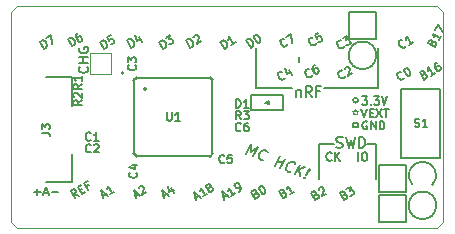
<source format=gto>
G04 #@! TF.FileFunction,Legend,Top*
%FSLAX46Y46*%
G04 Gerber Fmt 4.6, Leading zero omitted, Abs format (unit mm)*
G04 Created by KiCad (PCBNEW no-vcs-found-product) date Sun 27 Dec 2015 02:00:56 GMT*
%MOMM*%
G01*
G04 APERTURE LIST*
%ADD10C,0.150000*%
%ADD11C,0.149860*%
%ADD12C,0.100000*%
%ADD13C,0.099060*%
%ADD14C,0.099600*%
%ADD15C,0.203200*%
%ADD16C,0.198120*%
%ADD17C,0.120000*%
G04 APERTURE END LIST*
D10*
D11*
X68966667Y-51200000D02*
X68900001Y-51166667D01*
X68800001Y-51166667D01*
X68700001Y-51200000D01*
X68633334Y-51266667D01*
X68600001Y-51333333D01*
X68566667Y-51466667D01*
X68566667Y-51566667D01*
X68600001Y-51700000D01*
X68633334Y-51766667D01*
X68700001Y-51833333D01*
X68800001Y-51866667D01*
X68866667Y-51866667D01*
X68966667Y-51833333D01*
X69000001Y-51800000D01*
X69000001Y-51566667D01*
X68866667Y-51566667D01*
X69300001Y-51866667D02*
X69300001Y-51166667D01*
X69700001Y-51866667D01*
X69700001Y-51166667D01*
X70033334Y-51866667D02*
X70033334Y-51166667D01*
X70200000Y-51166667D01*
X70300000Y-51200000D01*
X70366667Y-51266667D01*
X70400000Y-51333333D01*
X70433334Y-51466667D01*
X70433334Y-51566667D01*
X70400000Y-51700000D01*
X70366667Y-51766667D01*
X70300000Y-51833333D01*
X70200000Y-51866667D01*
X70033334Y-51866667D01*
X67800000Y-51700000D02*
X67800000Y-51300000D01*
X68200000Y-51700000D02*
X67800000Y-51700000D01*
X68200000Y-51300000D02*
X68200000Y-51700000D01*
X67800000Y-51300000D02*
X68200000Y-51300000D01*
X68500001Y-50116667D02*
X68733334Y-50816667D01*
X68966667Y-50116667D01*
X69200001Y-50450000D02*
X69433334Y-50450000D01*
X69533334Y-50816667D02*
X69200001Y-50816667D01*
X69200001Y-50116667D01*
X69533334Y-50116667D01*
X69766667Y-50116667D02*
X70233334Y-50816667D01*
X70233334Y-50116667D02*
X69766667Y-50816667D01*
X70400001Y-50116667D02*
X70800001Y-50116667D01*
X70600001Y-50816667D02*
X70600001Y-50116667D01*
X68141000Y-50591000D02*
G75*
G03X67859000Y-50591000I-141000J141000D01*
G01*
X68566667Y-49066667D02*
X69000000Y-49066667D01*
X68766667Y-49333333D01*
X68866667Y-49333333D01*
X68933334Y-49366667D01*
X68966667Y-49400000D01*
X69000000Y-49466667D01*
X69000000Y-49633333D01*
X68966667Y-49700000D01*
X68933334Y-49733333D01*
X68866667Y-49766667D01*
X68666667Y-49766667D01*
X68600000Y-49733333D01*
X68566667Y-49700000D01*
X69300001Y-49700000D02*
X69333334Y-49733333D01*
X69300001Y-49766667D01*
X69266667Y-49733333D01*
X69300001Y-49700000D01*
X69300001Y-49766667D01*
X69566667Y-49066667D02*
X70000000Y-49066667D01*
X69766667Y-49333333D01*
X69866667Y-49333333D01*
X69933334Y-49366667D01*
X69966667Y-49400000D01*
X70000000Y-49466667D01*
X70000000Y-49633333D01*
X69966667Y-49700000D01*
X69933334Y-49733333D01*
X69866667Y-49766667D01*
X69666667Y-49766667D01*
X69600000Y-49733333D01*
X69566667Y-49700000D01*
X70200001Y-49066667D02*
X70433334Y-49766667D01*
X70666667Y-49066667D01*
X68206155Y-49400000D02*
G75*
G03X68206155Y-49400000I-206155J0D01*
G01*
X64900000Y-53100000D02*
X64900000Y-56100000D01*
X66200000Y-53100000D02*
X64900000Y-53100000D01*
X69700000Y-53100000D02*
X69700000Y-56100000D01*
X69000000Y-53100000D02*
X69700000Y-53100000D01*
X64621410Y-57406699D02*
X64724679Y-57385566D01*
X64770213Y-57397768D01*
X64832415Y-57438835D01*
X64882415Y-57525438D01*
X64886880Y-57599840D01*
X64874679Y-57645374D01*
X64833611Y-57707575D01*
X64602671Y-57840908D01*
X64252671Y-57234690D01*
X64454744Y-57118024D01*
X64529145Y-57113558D01*
X64574679Y-57125758D01*
X64636880Y-57166827D01*
X64670213Y-57224562D01*
X64674679Y-57298963D01*
X64662479Y-57344498D01*
X64621410Y-57406699D01*
X64419338Y-57523365D01*
X64863354Y-56959092D02*
X64875556Y-56913558D01*
X64916624Y-56851357D01*
X65060961Y-56768024D01*
X65135363Y-56763558D01*
X65180897Y-56775758D01*
X65243098Y-56816827D01*
X65276431Y-56874562D01*
X65297564Y-56977832D01*
X65151154Y-57524242D01*
X65526431Y-57307575D01*
X69900000Y-48400000D02*
X69900000Y-45000000D01*
X65300000Y-48400000D02*
X69900000Y-48400000D01*
X62600000Y-48400000D02*
X59600000Y-48400000D01*
X62972389Y-48507323D02*
X62972389Y-49106763D01*
X62972389Y-48592957D02*
X63015206Y-48550140D01*
X63100840Y-48507323D01*
X63229292Y-48507323D01*
X63314926Y-48550140D01*
X63357743Y-48635774D01*
X63357743Y-49106763D01*
X64299720Y-49106763D02*
X64000000Y-48678591D01*
X63785915Y-49106763D02*
X63785915Y-48207603D01*
X64128452Y-48207603D01*
X64214086Y-48250420D01*
X64256903Y-48293237D01*
X64299720Y-48378871D01*
X64299720Y-48507323D01*
X64256903Y-48592957D01*
X64214086Y-48635774D01*
X64128452Y-48678591D01*
X63785915Y-48678591D01*
X64984795Y-48635774D02*
X64685075Y-48635774D01*
X64685075Y-49106763D02*
X64685075Y-48207603D01*
X65113246Y-48207603D01*
X59600000Y-45000000D02*
X59600000Y-48400000D01*
D12*
X38862000Y-41910000D02*
X38862000Y-59690000D01*
D11*
X63230000Y-46164500D02*
X63230000Y-45720000D01*
X72263000Y-54864000D02*
X72263000Y-57150000D01*
X72263000Y-57150000D02*
X69977000Y-57150000D01*
X69977000Y-57150000D02*
X69977000Y-54864000D01*
X69977000Y-54864000D02*
X72263000Y-54864000D01*
X66379712Y-53363946D02*
X66508163Y-53406763D01*
X66722249Y-53406763D01*
X66807883Y-53363946D01*
X66850700Y-53321129D01*
X66893517Y-53235494D01*
X66893517Y-53149860D01*
X66850700Y-53064226D01*
X66807883Y-53021409D01*
X66722249Y-52978591D01*
X66550980Y-52935774D01*
X66465346Y-52892957D01*
X66422529Y-52850140D01*
X66379712Y-52764506D01*
X66379712Y-52678871D01*
X66422529Y-52593237D01*
X66465346Y-52550420D01*
X66550980Y-52507603D01*
X66765066Y-52507603D01*
X66893517Y-52550420D01*
X67193237Y-52507603D02*
X67407323Y-53406763D01*
X67578592Y-52764506D01*
X67749860Y-53406763D01*
X67963946Y-52507603D01*
X68306483Y-53406763D02*
X68306483Y-52507603D01*
X68520568Y-52507603D01*
X68649020Y-52550420D01*
X68734654Y-52636054D01*
X68777471Y-52721689D01*
X68820288Y-52892957D01*
X68820288Y-53021409D01*
X68777471Y-53192677D01*
X68734654Y-53278311D01*
X68649020Y-53363946D01*
X68520568Y-53406763D01*
X68306483Y-53406763D01*
D13*
X74930000Y-60198000D02*
X39370000Y-60198000D01*
X75438000Y-41910000D02*
X75438000Y-59690000D01*
X39370000Y-41402000D02*
X74930000Y-41402000D01*
D14*
X39370000Y-60198000D02*
X38862000Y-59690000D01*
X75438000Y-59690000D02*
X74930000Y-60198000D01*
X74930000Y-41402000D02*
X75438000Y-41910000D01*
X38862000Y-41910000D02*
X39370000Y-41402000D01*
D11*
X40800000Y-57150000D02*
X41333333Y-57150000D01*
X41066666Y-57416667D02*
X41066666Y-56883333D01*
X41633333Y-57216667D02*
X41966667Y-57216667D01*
X41566667Y-57416667D02*
X41800000Y-56716667D01*
X42033333Y-57416667D01*
X42266667Y-57150000D02*
X42800000Y-57150000D01*
X72223964Y-44774839D02*
X72211763Y-44820374D01*
X72141827Y-44899242D01*
X72084093Y-44932575D01*
X71980823Y-44953707D01*
X71889755Y-44929306D01*
X71827554Y-44888237D01*
X71732020Y-44789434D01*
X71682020Y-44702832D01*
X71644221Y-44570694D01*
X71639755Y-44496293D01*
X71664157Y-44405224D01*
X71734093Y-44326357D01*
X71791827Y-44293024D01*
X71895096Y-44271891D01*
X71940631Y-44284091D01*
X72834647Y-44499242D02*
X72488237Y-44699242D01*
X72661442Y-44599242D02*
X72311442Y-43993024D01*
X72303708Y-44112959D01*
X72279306Y-44204027D01*
X72238237Y-44266229D01*
X74498365Y-44509049D02*
X74577232Y-44439113D01*
X74622767Y-44426913D01*
X74697168Y-44431378D01*
X74783771Y-44481378D01*
X74824839Y-44543580D01*
X74837040Y-44589113D01*
X74832575Y-44663516D01*
X74699242Y-44894455D01*
X74093024Y-44544455D01*
X74209690Y-44342383D01*
X74271891Y-44301314D01*
X74317425Y-44289113D01*
X74391827Y-44293580D01*
X74449562Y-44326913D01*
X74490630Y-44389113D01*
X74502832Y-44434647D01*
X74498365Y-44509049D01*
X74381699Y-44711122D01*
X75232575Y-43970695D02*
X75032575Y-44317105D01*
X75132575Y-44143900D02*
X74526357Y-43793900D01*
X74579626Y-43901635D01*
X74604027Y-43992703D01*
X74599562Y-44067105D01*
X74743024Y-43418622D02*
X74976357Y-43014477D01*
X75432575Y-43624284D01*
X69750882Y-45593000D02*
G75*
G03X69750882Y-45593000I-1170882J0D01*
G01*
X67123964Y-47374839D02*
X67111763Y-47420374D01*
X67041827Y-47499242D01*
X66984093Y-47532575D01*
X66880823Y-47553707D01*
X66789755Y-47529306D01*
X66727554Y-47488237D01*
X66632020Y-47389434D01*
X66582020Y-47302832D01*
X66544221Y-47170694D01*
X66539755Y-47096293D01*
X66564157Y-47005224D01*
X66634093Y-46926357D01*
X66691827Y-46893024D01*
X66795096Y-46871891D01*
X66840631Y-46884091D01*
X67071570Y-46750758D02*
X67083772Y-46705224D01*
X67124840Y-46643024D01*
X67269178Y-46559690D01*
X67343580Y-46555224D01*
X67389113Y-46567425D01*
X67451314Y-46608494D01*
X67484647Y-46666229D01*
X67505780Y-46769498D01*
X67359370Y-47315908D01*
X67734647Y-47099242D01*
X67023964Y-44824839D02*
X67011763Y-44870374D01*
X66941827Y-44949242D01*
X66884093Y-44982575D01*
X66780823Y-45003707D01*
X66689755Y-44979306D01*
X66627554Y-44938237D01*
X66532020Y-44839434D01*
X66482020Y-44752832D01*
X66444221Y-44620694D01*
X66439755Y-44546293D01*
X66464157Y-44455224D01*
X66534093Y-44376357D01*
X66591827Y-44343024D01*
X66695096Y-44321891D01*
X66740631Y-44334091D01*
X66909370Y-44159690D02*
X67284647Y-43943024D01*
X67215908Y-44290630D01*
X67302511Y-44240630D01*
X67376913Y-44236165D01*
X67422447Y-44248365D01*
X67484647Y-44289434D01*
X67567980Y-44433771D01*
X67572447Y-44508173D01*
X67560246Y-44553707D01*
X67519178Y-44615908D01*
X67345973Y-44715908D01*
X67271570Y-44720374D01*
X67226037Y-44708173D01*
X49325321Y-57501037D02*
X49613997Y-57334370D01*
X49367586Y-57707575D02*
X49219659Y-56984690D01*
X49771731Y-57474242D01*
X49628269Y-56825758D02*
X49640471Y-56780224D01*
X49681539Y-56718024D01*
X49825876Y-56634690D01*
X49900278Y-56630224D01*
X49945812Y-56642425D01*
X50008013Y-56683494D01*
X50041346Y-56741229D01*
X50062479Y-56844498D01*
X49916069Y-57390908D01*
X50291346Y-57174242D01*
X68233334Y-54516667D02*
X68233334Y-53816667D01*
X68700000Y-53816667D02*
X68833333Y-53816667D01*
X68900000Y-53850000D01*
X68966667Y-53916667D01*
X69000000Y-54050000D01*
X69000000Y-54283333D01*
X68966667Y-54416667D01*
X68900000Y-54483333D01*
X68833333Y-54516667D01*
X68700000Y-54516667D01*
X68633333Y-54483333D01*
X68566667Y-54416667D01*
X68533333Y-54283333D01*
X68533333Y-54050000D01*
X68566667Y-53916667D01*
X68633333Y-53850000D01*
X68700000Y-53816667D01*
X65966667Y-54450000D02*
X65933333Y-54483333D01*
X65833333Y-54516667D01*
X65766667Y-54516667D01*
X65666667Y-54483333D01*
X65600000Y-54416667D01*
X65566667Y-54350000D01*
X65533333Y-54216667D01*
X65533333Y-54116667D01*
X65566667Y-53983333D01*
X65600000Y-53916667D01*
X65666667Y-53850000D01*
X65766667Y-53816667D01*
X65833333Y-53816667D01*
X65933333Y-53850000D01*
X65966667Y-53883333D01*
X66266667Y-54516667D02*
X66266667Y-53816667D01*
X66666667Y-54516667D02*
X66366667Y-54116667D01*
X66666667Y-53816667D02*
X66266667Y-54216667D01*
X72123964Y-47474839D02*
X72111763Y-47520374D01*
X72041827Y-47599242D01*
X71984093Y-47632575D01*
X71880823Y-47653707D01*
X71789755Y-47629306D01*
X71727554Y-47588237D01*
X71632020Y-47489434D01*
X71582020Y-47402832D01*
X71544221Y-47270694D01*
X71539755Y-47196293D01*
X71564157Y-47105224D01*
X71634093Y-47026357D01*
X71691827Y-46993024D01*
X71795096Y-46971891D01*
X71840631Y-46984091D01*
X72182575Y-46709690D02*
X72240310Y-46676357D01*
X72314711Y-46671891D01*
X72360246Y-46684091D01*
X72422447Y-46725160D01*
X72517980Y-46823963D01*
X72601314Y-46968301D01*
X72639113Y-47100438D01*
X72643580Y-47174839D01*
X72631378Y-47220374D01*
X72590310Y-47282575D01*
X72532575Y-47315908D01*
X72458173Y-47320374D01*
X72412639Y-47308173D01*
X72350438Y-47267104D01*
X72254904Y-47168301D01*
X72171570Y-47023963D01*
X72133772Y-46891827D01*
X72129306Y-46817425D01*
X72141506Y-46771891D01*
X72182575Y-46709690D01*
X73790951Y-47215032D02*
X73894220Y-47193899D01*
X73939754Y-47206101D01*
X74001955Y-47247168D01*
X74051955Y-47333771D01*
X74056420Y-47408173D01*
X74044220Y-47453707D01*
X74003151Y-47515909D01*
X73772212Y-47649242D01*
X73422212Y-47043024D01*
X73624284Y-46926357D01*
X73698686Y-46921891D01*
X73744220Y-46934092D01*
X73806420Y-46975161D01*
X73839754Y-47032896D01*
X73844220Y-47107297D01*
X73832020Y-47152832D01*
X73790951Y-47215032D01*
X73588878Y-47331699D01*
X74695972Y-47115909D02*
X74349562Y-47315909D01*
X74522767Y-47215909D02*
X74172767Y-46609691D01*
X74165032Y-46729626D01*
X74140630Y-46820694D01*
X74099562Y-46882896D01*
X74865588Y-46209690D02*
X74750117Y-46276357D01*
X74709049Y-46338558D01*
X74696848Y-46384092D01*
X74689113Y-46504027D01*
X74726912Y-46636165D01*
X74860245Y-46867105D01*
X74922447Y-46908173D01*
X74967980Y-46920374D01*
X75042383Y-46915908D01*
X75157853Y-46849242D01*
X75198921Y-46787040D01*
X75211122Y-46741506D01*
X75206655Y-46667105D01*
X75123322Y-46522768D01*
X75061122Y-46481699D01*
X75015588Y-46469498D01*
X74941186Y-46473963D01*
X74825716Y-46540630D01*
X74784647Y-46602832D01*
X74772447Y-46648365D01*
X74776912Y-46722768D01*
X67021410Y-57406699D02*
X67124679Y-57385566D01*
X67170213Y-57397768D01*
X67232415Y-57438835D01*
X67282415Y-57525438D01*
X67286880Y-57599840D01*
X67274679Y-57645374D01*
X67233611Y-57707575D01*
X67002671Y-57840908D01*
X66652671Y-57234690D01*
X66854744Y-57118024D01*
X66929145Y-57113558D01*
X66974679Y-57125758D01*
X67036880Y-57166827D01*
X67070213Y-57224562D01*
X67074679Y-57298963D01*
X67062479Y-57344498D01*
X67021410Y-57406699D01*
X66819338Y-57523365D01*
X67201154Y-56918024D02*
X67576431Y-56701357D01*
X67507692Y-57048963D01*
X67594294Y-56998963D01*
X67668697Y-56994498D01*
X67714230Y-57006699D01*
X67776431Y-57047768D01*
X67859764Y-57192105D01*
X67864230Y-57266506D01*
X67852030Y-57312040D01*
X67810961Y-57374242D01*
X67637756Y-57474242D01*
X67563354Y-57478707D01*
X67517820Y-57466506D01*
X61879626Y-57248365D02*
X61982895Y-57227232D01*
X62028430Y-57239434D01*
X62090631Y-57280501D01*
X62140631Y-57367104D01*
X62145096Y-57441506D01*
X62132895Y-57487040D01*
X62091827Y-57549242D01*
X61860888Y-57682575D01*
X61510888Y-57076357D01*
X61712960Y-56959690D01*
X61787362Y-56955224D01*
X61832895Y-56967425D01*
X61895096Y-57008494D01*
X61928430Y-57066229D01*
X61932895Y-57140630D01*
X61920695Y-57186165D01*
X61879626Y-57248365D01*
X61677554Y-57365032D01*
X62784647Y-57149242D02*
X62438237Y-57349242D01*
X62611442Y-57249242D02*
X62261442Y-56643024D01*
X62253708Y-56762959D01*
X62229306Y-56854027D01*
X62188237Y-56916229D01*
X59529626Y-57298365D02*
X59632895Y-57277232D01*
X59678430Y-57289434D01*
X59740631Y-57330501D01*
X59790631Y-57417104D01*
X59795096Y-57491506D01*
X59782895Y-57537040D01*
X59741827Y-57599242D01*
X59510888Y-57732575D01*
X59160888Y-57126357D01*
X59362960Y-57009690D01*
X59437362Y-57005224D01*
X59482895Y-57017425D01*
X59545096Y-57058494D01*
X59578430Y-57116229D01*
X59582895Y-57190630D01*
X59570695Y-57236165D01*
X59529626Y-57298365D01*
X59327554Y-57415032D01*
X59882575Y-56709690D02*
X59940310Y-56676357D01*
X60014711Y-56671891D01*
X60060246Y-56684091D01*
X60122447Y-56725160D01*
X60217980Y-56823963D01*
X60301314Y-56968301D01*
X60339113Y-57100438D01*
X60343580Y-57174839D01*
X60331378Y-57220374D01*
X60290310Y-57282575D01*
X60232575Y-57315908D01*
X60158173Y-57320374D01*
X60112639Y-57308173D01*
X60050438Y-57267104D01*
X59954904Y-57168301D01*
X59871570Y-57023963D01*
X59833772Y-56891827D01*
X59829306Y-56817425D01*
X59841506Y-56771891D01*
X59882575Y-56709690D01*
X56836645Y-57617704D02*
X57125321Y-57451037D01*
X56878911Y-57824242D02*
X56730983Y-57101357D01*
X57283055Y-57590909D01*
X57802670Y-57290909D02*
X57456260Y-57490909D01*
X57629465Y-57390909D02*
X57279465Y-56784691D01*
X57271731Y-56904626D01*
X57247329Y-56995694D01*
X57206260Y-57057896D01*
X58091346Y-57124242D02*
X58206816Y-57057575D01*
X58247884Y-56995374D01*
X58260085Y-56949840D01*
X58267820Y-56829904D01*
X58230021Y-56697768D01*
X58096688Y-56466827D01*
X58034487Y-56425758D01*
X57988953Y-56413558D01*
X57914551Y-56418024D01*
X57799082Y-56484690D01*
X57758013Y-56546891D01*
X57745812Y-56592425D01*
X57750277Y-56666827D01*
X57833611Y-56811165D01*
X57895812Y-56852232D01*
X57941346Y-56864434D01*
X58015748Y-56859968D01*
X58131218Y-56793301D01*
X58172287Y-56731101D01*
X58184487Y-56685566D01*
X58180021Y-56611165D01*
X54436645Y-57667704D02*
X54725321Y-57501037D01*
X54478911Y-57874242D02*
X54330983Y-57151357D01*
X54883055Y-57640909D01*
X55402670Y-57340909D02*
X55056260Y-57540909D01*
X55229465Y-57440909D02*
X54879465Y-56834691D01*
X54871731Y-56954626D01*
X54847329Y-57045694D01*
X54806260Y-57107896D01*
X55549082Y-56794498D02*
X55474679Y-56798963D01*
X55429145Y-56786763D01*
X55366944Y-56745694D01*
X55350277Y-56716827D01*
X55345812Y-56642425D01*
X55358013Y-56596891D01*
X55399082Y-56534690D01*
X55514551Y-56468024D01*
X55588953Y-56463558D01*
X55634487Y-56475758D01*
X55696688Y-56516827D01*
X55713354Y-56545694D01*
X55717820Y-56620096D01*
X55705620Y-56665630D01*
X55664551Y-56727832D01*
X55549082Y-56794498D01*
X55508013Y-56856699D01*
X55495812Y-56902232D01*
X55500277Y-56976635D01*
X55566944Y-57092105D01*
X55629145Y-57133173D01*
X55674679Y-57145374D01*
X55749082Y-57140908D01*
X55864551Y-57074242D01*
X55905620Y-57012040D01*
X55917820Y-56966506D01*
X55913354Y-56892105D01*
X55846688Y-56776635D01*
X55784487Y-56735566D01*
X55738953Y-56723365D01*
X55664551Y-56727832D01*
X51725321Y-57501037D02*
X52013997Y-57334370D01*
X51767586Y-57707575D02*
X51619659Y-56984690D01*
X52171731Y-57474242D01*
X52400278Y-56803429D02*
X52633612Y-57207575D01*
X52122607Y-56655822D02*
X52228269Y-57172168D01*
X52603547Y-56955501D01*
X46575321Y-57501037D02*
X46863997Y-57334370D01*
X46617586Y-57707575D02*
X46469659Y-56984690D01*
X47021731Y-57474242D01*
X47541346Y-57174242D02*
X47194936Y-57374242D01*
X47368141Y-57274242D02*
X47018141Y-56668024D01*
X47010407Y-56787959D01*
X46986004Y-56879027D01*
X46944936Y-56941229D01*
X44561924Y-57474241D02*
X44193184Y-57302232D01*
X44215514Y-57674241D02*
X43865514Y-57068023D01*
X44096454Y-56934690D01*
X44170855Y-56930224D01*
X44216389Y-56942425D01*
X44278591Y-56983493D01*
X44328591Y-57070096D01*
X44333056Y-57144498D01*
X44320855Y-57190032D01*
X44279787Y-57252232D01*
X44048847Y-57385565D01*
X44638398Y-57006698D02*
X44840471Y-56890032D01*
X45110407Y-57157575D02*
X44821732Y-57324241D01*
X44471732Y-56718023D01*
X44760407Y-56551357D01*
X45388953Y-56573365D02*
X45186881Y-56690032D01*
X45370214Y-57007575D02*
X45020214Y-56401357D01*
X45308889Y-56234690D01*
X62023964Y-47474839D02*
X62011763Y-47520374D01*
X61941827Y-47599242D01*
X61884093Y-47632575D01*
X61780823Y-47653707D01*
X61689755Y-47629306D01*
X61627554Y-47588237D01*
X61532020Y-47489434D01*
X61482020Y-47402832D01*
X61444221Y-47270694D01*
X61439755Y-47196293D01*
X61464157Y-47105224D01*
X61534093Y-47026357D01*
X61591827Y-46993024D01*
X61695096Y-46971891D01*
X61740631Y-46984091D01*
X62343580Y-46828429D02*
X62576913Y-47232575D01*
X62065908Y-46680822D02*
X62171570Y-47197168D01*
X62546849Y-46980501D01*
X64623964Y-44574839D02*
X64611763Y-44620374D01*
X64541827Y-44699242D01*
X64484093Y-44732575D01*
X64380823Y-44753707D01*
X64289755Y-44729306D01*
X64227554Y-44688237D01*
X64132020Y-44589434D01*
X64082020Y-44502832D01*
X64044221Y-44370694D01*
X64039755Y-44296293D01*
X64064157Y-44205224D01*
X64134093Y-44126357D01*
X64191827Y-44093024D01*
X64295096Y-44071891D01*
X64340631Y-44084091D01*
X64855780Y-43709690D02*
X64567105Y-43876357D01*
X64704904Y-44181699D01*
X64717105Y-44136165D01*
X64758173Y-44073963D01*
X64902511Y-43990630D01*
X64976913Y-43986165D01*
X65022447Y-43998365D01*
X65084647Y-44039434D01*
X65167980Y-44183771D01*
X65172447Y-44258173D01*
X65160246Y-44303707D01*
X65119178Y-44365908D01*
X64974840Y-44449242D01*
X64900438Y-44453707D01*
X64854904Y-44441506D01*
X64323964Y-47274839D02*
X64311763Y-47320374D01*
X64241827Y-47399242D01*
X64184093Y-47432575D01*
X64080823Y-47453707D01*
X63989755Y-47429306D01*
X63927554Y-47388237D01*
X63832020Y-47289434D01*
X63782020Y-47202832D01*
X63744221Y-47070694D01*
X63739755Y-46996293D01*
X63764157Y-46905224D01*
X63834093Y-46826357D01*
X63891827Y-46793024D01*
X63995096Y-46771891D01*
X64040631Y-46784091D01*
X64526913Y-46426357D02*
X64411442Y-46493024D01*
X64370374Y-46555224D01*
X64358173Y-46600758D01*
X64350438Y-46720694D01*
X64388237Y-46852832D01*
X64521570Y-47083771D01*
X64583772Y-47124839D01*
X64629306Y-47137040D01*
X64703708Y-47132575D01*
X64819178Y-47065908D01*
X64860246Y-47003707D01*
X64872447Y-46958173D01*
X64867980Y-46883771D01*
X64784647Y-46739434D01*
X64722447Y-46698365D01*
X64676913Y-46686165D01*
X64602511Y-46690630D01*
X64487041Y-46757296D01*
X64445973Y-46819498D01*
X64433772Y-46865032D01*
X64438237Y-46939434D01*
X62223964Y-44674839D02*
X62211763Y-44720374D01*
X62141827Y-44799242D01*
X62084093Y-44832575D01*
X61980823Y-44853707D01*
X61889755Y-44829306D01*
X61827554Y-44788237D01*
X61732020Y-44689434D01*
X61682020Y-44602832D01*
X61644221Y-44470694D01*
X61639755Y-44396293D01*
X61664157Y-44305224D01*
X61734093Y-44226357D01*
X61791827Y-44193024D01*
X61895096Y-44171891D01*
X61940631Y-44184091D01*
X62109370Y-44009690D02*
X62513516Y-43776357D01*
X62603708Y-44532575D01*
X59110888Y-44932575D02*
X58760888Y-44326357D01*
X58905225Y-44243024D01*
X59008494Y-44221891D01*
X59099562Y-44246293D01*
X59161763Y-44287361D01*
X59257298Y-44386165D01*
X59307298Y-44472767D01*
X59345096Y-44604904D01*
X59349562Y-44679306D01*
X59325160Y-44770374D01*
X59255225Y-44849242D01*
X59110888Y-44932575D01*
X59482575Y-43909690D02*
X59540310Y-43876357D01*
X59614711Y-43871891D01*
X59660246Y-43884091D01*
X59722447Y-43925160D01*
X59817980Y-44023963D01*
X59901314Y-44168301D01*
X59939113Y-44300438D01*
X59943580Y-44374839D01*
X59931378Y-44420374D01*
X59890310Y-44482575D01*
X59832575Y-44515908D01*
X59758173Y-44520374D01*
X59712639Y-44508173D01*
X59650438Y-44467104D01*
X59554904Y-44368301D01*
X59471570Y-44223963D01*
X59433772Y-44091827D01*
X59429306Y-44017425D01*
X59441506Y-43971891D01*
X59482575Y-43909690D01*
X56910888Y-45032575D02*
X56560888Y-44426357D01*
X56705225Y-44343024D01*
X56808494Y-44321891D01*
X56899562Y-44346293D01*
X56961763Y-44387361D01*
X57057298Y-44486165D01*
X57107298Y-44572767D01*
X57145096Y-44704904D01*
X57149562Y-44779306D01*
X57125160Y-44870374D01*
X57055225Y-44949242D01*
X56910888Y-45032575D01*
X57834647Y-44499242D02*
X57488237Y-44699242D01*
X57661442Y-44599242D02*
X57311442Y-43993024D01*
X57303708Y-44112959D01*
X57279306Y-44204027D01*
X57238237Y-44266229D01*
X54010888Y-44932575D02*
X53660888Y-44326357D01*
X53805225Y-44243024D01*
X53908494Y-44221891D01*
X53999562Y-44246293D01*
X54061763Y-44287361D01*
X54157298Y-44386165D01*
X54207298Y-44472767D01*
X54245096Y-44604904D01*
X54249562Y-44679306D01*
X54225160Y-44770374D01*
X54155225Y-44849242D01*
X54010888Y-44932575D01*
X54271570Y-44050758D02*
X54283772Y-44005224D01*
X54324840Y-43943024D01*
X54469178Y-43859690D01*
X54543580Y-43855224D01*
X54589113Y-43867425D01*
X54651314Y-43908494D01*
X54684647Y-43966229D01*
X54705780Y-44069498D01*
X54559370Y-44615908D01*
X54934647Y-44399242D01*
X51710888Y-45032575D02*
X51360888Y-44426357D01*
X51505225Y-44343024D01*
X51608494Y-44321891D01*
X51699562Y-44346293D01*
X51761763Y-44387361D01*
X51857298Y-44486165D01*
X51907298Y-44572767D01*
X51945096Y-44704904D01*
X51949562Y-44779306D01*
X51925160Y-44870374D01*
X51855225Y-44949242D01*
X51710888Y-45032575D01*
X51909370Y-44109690D02*
X52284647Y-43893024D01*
X52215908Y-44240630D01*
X52302511Y-44190630D01*
X52376913Y-44186165D01*
X52422447Y-44198365D01*
X52484647Y-44239434D01*
X52567980Y-44383771D01*
X52572447Y-44458173D01*
X52560246Y-44503707D01*
X52519178Y-44565908D01*
X52345973Y-44665908D01*
X52271570Y-44670374D01*
X52226037Y-44658173D01*
X49010888Y-44932575D02*
X48660888Y-44326357D01*
X48805225Y-44243024D01*
X48908494Y-44221891D01*
X48999562Y-44246293D01*
X49061763Y-44287361D01*
X49157298Y-44386165D01*
X49207298Y-44472767D01*
X49245096Y-44604904D01*
X49249562Y-44679306D01*
X49225160Y-44770374D01*
X49155225Y-44849242D01*
X49010888Y-44932575D01*
X49643580Y-44028429D02*
X49876913Y-44432575D01*
X49365908Y-43880822D02*
X49471570Y-44397168D01*
X49846849Y-44180501D01*
X46710888Y-45032575D02*
X46360888Y-44426357D01*
X46505225Y-44343024D01*
X46608494Y-44321891D01*
X46699562Y-44346293D01*
X46761763Y-44387361D01*
X46857298Y-44486165D01*
X46907298Y-44572767D01*
X46945096Y-44704904D01*
X46949562Y-44779306D01*
X46925160Y-44870374D01*
X46855225Y-44949242D01*
X46710888Y-45032575D01*
X47255780Y-43909690D02*
X46967105Y-44076357D01*
X47104904Y-44381699D01*
X47117105Y-44336165D01*
X47158173Y-44273963D01*
X47302511Y-44190630D01*
X47376913Y-44186165D01*
X47422447Y-44198365D01*
X47484647Y-44239434D01*
X47567980Y-44383771D01*
X47572447Y-44458173D01*
X47560246Y-44503707D01*
X47519178Y-44565908D01*
X47374840Y-44649242D01*
X47300438Y-44653707D01*
X47254904Y-44641506D01*
X44010888Y-44832575D02*
X43660888Y-44226357D01*
X43805225Y-44143024D01*
X43908494Y-44121891D01*
X43999562Y-44146293D01*
X44061763Y-44187361D01*
X44157298Y-44286165D01*
X44207298Y-44372767D01*
X44245096Y-44504904D01*
X44249562Y-44579306D01*
X44225160Y-44670374D01*
X44155225Y-44749242D01*
X44010888Y-44832575D01*
X44526913Y-43726357D02*
X44411442Y-43793024D01*
X44370374Y-43855224D01*
X44358173Y-43900758D01*
X44350438Y-44020694D01*
X44388237Y-44152832D01*
X44521570Y-44383771D01*
X44583772Y-44424839D01*
X44629306Y-44437040D01*
X44703708Y-44432575D01*
X44819178Y-44365908D01*
X44860246Y-44303707D01*
X44872447Y-44258173D01*
X44867980Y-44183771D01*
X44784647Y-44039434D01*
X44722447Y-43998365D01*
X44676913Y-43986165D01*
X44602511Y-43990630D01*
X44487041Y-44057296D01*
X44445973Y-44119498D01*
X44433772Y-44165032D01*
X44438237Y-44239434D01*
X41610888Y-45032575D02*
X41260888Y-44426357D01*
X41405225Y-44343024D01*
X41508494Y-44321891D01*
X41599562Y-44346293D01*
X41661763Y-44387361D01*
X41757298Y-44486165D01*
X41807298Y-44572767D01*
X41845096Y-44704904D01*
X41849562Y-44779306D01*
X41825160Y-44870374D01*
X41755225Y-44949242D01*
X41610888Y-45032575D01*
X41809370Y-44109690D02*
X42213516Y-43876357D01*
X42303708Y-44632575D01*
X74830882Y-58293000D02*
G75*
G03X74830882Y-58293000I-1170882J0D01*
G01*
X69977000Y-57404000D02*
X72263000Y-57404000D01*
X69977000Y-59690000D02*
X69977000Y-57404000D01*
X72263000Y-59690000D02*
X69977000Y-59690000D01*
X72263000Y-57404000D02*
X72263000Y-59690000D01*
X69723000Y-44196000D02*
X69723000Y-41910000D01*
X67437000Y-44196000D02*
X69723000Y-44196000D01*
X67437000Y-41910000D02*
X67437000Y-44196000D01*
X69723000Y-41910000D02*
X67437000Y-41910000D01*
X74485500Y-56578500D02*
G75*
G03X72834500Y-56578500I-825500J825500D01*
G01*
X58730926Y-53908936D02*
X59185716Y-53125171D01*
X59136760Y-53802113D01*
X59737503Y-53359391D01*
X59282713Y-54143156D01*
X60193119Y-54436571D02*
X60132050Y-54457164D01*
X59992154Y-54444296D01*
X59913327Y-54410836D01*
X59816743Y-54323324D01*
X59781231Y-54215219D01*
X59785130Y-54123845D01*
X59832343Y-53957827D01*
X59897314Y-53845860D01*
X60023353Y-53713302D01*
X60106080Y-53655387D01*
X60228220Y-53614203D01*
X60368117Y-53627071D01*
X60446943Y-53660531D01*
X60543527Y-53748043D01*
X60561284Y-53802095D01*
X61135142Y-54929465D02*
X61589932Y-54145701D01*
X61373365Y-54518922D02*
X61846325Y-54719681D01*
X61608102Y-55130225D02*
X62062892Y-54346460D01*
X62518509Y-55423641D02*
X62457439Y-55444233D01*
X62317543Y-55431365D01*
X62238716Y-55397905D01*
X62142132Y-55310393D01*
X62106620Y-55202288D01*
X62110520Y-55110914D01*
X62157732Y-54944896D01*
X62222703Y-54832929D01*
X62348742Y-54700371D01*
X62431470Y-54642456D01*
X62553609Y-54601272D01*
X62693506Y-54614140D01*
X62772333Y-54647600D01*
X62868916Y-54735112D01*
X62886673Y-54789164D01*
X62829917Y-55648855D02*
X63284707Y-54865090D01*
X63302877Y-55849615D02*
X63208037Y-55251179D01*
X63757667Y-55065850D02*
X63024827Y-55312956D01*
X63700911Y-55925541D02*
X63718668Y-55979593D01*
X63657598Y-56000185D01*
X63639842Y-55946133D01*
X63700911Y-55925541D01*
X63657598Y-56000185D01*
X63830851Y-55701608D02*
X64051319Y-55237012D01*
X64112388Y-55216420D01*
X64130145Y-55270472D01*
X63830851Y-55701608D01*
X64112388Y-55216420D01*
X43949980Y-49850220D02*
X43949980Y-47449920D01*
X43949980Y-47449920D02*
X41801140Y-47449920D01*
X43949980Y-53949780D02*
X43949980Y-56350080D01*
X43949980Y-56350080D02*
X41801140Y-56350080D01*
X60652400Y-49752400D02*
X60347600Y-49600000D01*
X60347600Y-49600000D02*
X60652400Y-49447600D01*
X60652400Y-49447600D02*
X60652400Y-49752400D01*
X61833500Y-50235000D02*
X59166500Y-50235000D01*
X59166500Y-50235000D02*
X59166500Y-48965000D01*
X59166500Y-48965000D02*
X61833500Y-48965000D01*
X61833500Y-48965000D02*
X61833500Y-50235000D01*
X49463200Y-54099460D02*
X49262540Y-53898800D01*
X49262540Y-53898800D02*
X49262540Y-47701200D01*
X49262540Y-47701200D02*
X49463200Y-47500540D01*
X49463200Y-47500540D02*
X55660800Y-47500540D01*
X55660800Y-47500540D02*
X55861460Y-47701200D01*
X55660800Y-54099460D02*
X49463200Y-54099460D01*
X55861460Y-47701200D02*
X55861460Y-53898800D01*
X49463200Y-54201060D02*
X49160940Y-53898800D01*
X55963060Y-53898800D02*
X55660800Y-54201060D01*
X55660800Y-47398940D02*
X55963060Y-47701200D01*
X49463200Y-47398940D02*
X49160940Y-47701200D01*
D15*
X48368491Y-47096680D02*
G75*
G03X48368491Y-47096680I-104171J0D01*
G01*
D16*
X50304332Y-48450500D02*
G75*
G03X50304332Y-48450500I-140092J0D01*
G01*
D11*
X71882000Y-54254400D02*
X71882000Y-48412400D01*
X71882000Y-48412400D02*
X75184000Y-48412400D01*
X75184000Y-48412400D02*
X75184000Y-54254400D01*
X75184000Y-54254400D02*
X71882000Y-54254400D01*
D17*
X45500000Y-47200000D02*
X45500000Y-45400000D01*
X45500000Y-45400000D02*
X47300000Y-45400000D01*
X47300000Y-45400000D02*
X47300000Y-47200000D01*
X47300000Y-47200000D02*
X45500000Y-47200000D01*
D11*
X41416667Y-52133333D02*
X41916667Y-52133333D01*
X42016667Y-52166667D01*
X42083333Y-52233333D01*
X42116667Y-52333333D01*
X42116667Y-52400000D01*
X41416667Y-51866667D02*
X41416667Y-51433334D01*
X41683333Y-51666667D01*
X41683333Y-51566667D01*
X41716667Y-51500000D01*
X41750000Y-51466667D01*
X41816667Y-51433334D01*
X41983333Y-51433334D01*
X42050000Y-51466667D01*
X42083333Y-51500000D01*
X42116667Y-51566667D01*
X42116667Y-51766667D01*
X42083333Y-51833334D01*
X42050000Y-51866667D01*
X57883334Y-50016667D02*
X57883334Y-49316667D01*
X58050000Y-49316667D01*
X58150000Y-49350000D01*
X58216667Y-49416667D01*
X58250000Y-49483333D01*
X58283334Y-49616667D01*
X58283334Y-49716667D01*
X58250000Y-49850000D01*
X58216667Y-49916667D01*
X58150000Y-49983333D01*
X58050000Y-50016667D01*
X57883334Y-50016667D01*
X58950000Y-50016667D02*
X58550000Y-50016667D01*
X58750000Y-50016667D02*
X58750000Y-49316667D01*
X58683334Y-49416667D01*
X58616667Y-49483333D01*
X58550000Y-49516667D01*
X52028667Y-50416667D02*
X52028667Y-50983333D01*
X52062000Y-51050000D01*
X52095333Y-51083333D01*
X52162000Y-51116667D01*
X52295333Y-51116667D01*
X52362000Y-51083333D01*
X52395333Y-51050000D01*
X52428667Y-50983333D01*
X52428667Y-50416667D01*
X53128666Y-51116667D02*
X52728666Y-51116667D01*
X52928666Y-51116667D02*
X52928666Y-50416667D01*
X52862000Y-50516667D01*
X52795333Y-50583333D01*
X52728666Y-50616667D01*
X72999666Y-51616733D02*
X73099666Y-51650067D01*
X73266333Y-51650067D01*
X73333000Y-51616733D01*
X73366333Y-51583400D01*
X73399666Y-51516733D01*
X73399666Y-51450067D01*
X73366333Y-51383400D01*
X73333000Y-51350067D01*
X73266333Y-51316733D01*
X73133000Y-51283400D01*
X73066333Y-51250067D01*
X73033000Y-51216733D01*
X72999666Y-51150067D01*
X72999666Y-51083400D01*
X73033000Y-51016733D01*
X73066333Y-50983400D01*
X73133000Y-50950067D01*
X73299666Y-50950067D01*
X73399666Y-50983400D01*
X74066333Y-51650067D02*
X73666333Y-51650067D01*
X73866333Y-51650067D02*
X73866333Y-50950067D01*
X73799667Y-51050067D01*
X73733000Y-51116733D01*
X73666333Y-51150067D01*
D10*
X44816667Y-48016666D02*
X44483333Y-48250000D01*
X44816667Y-48416666D02*
X44116667Y-48416666D01*
X44116667Y-48150000D01*
X44150000Y-48083333D01*
X44183333Y-48050000D01*
X44250000Y-48016666D01*
X44350000Y-48016666D01*
X44416667Y-48050000D01*
X44450000Y-48083333D01*
X44483333Y-48150000D01*
X44483333Y-48416666D01*
X44816667Y-47350000D02*
X44816667Y-47750000D01*
X44816667Y-47550000D02*
X44116667Y-47550000D01*
X44216667Y-47616666D01*
X44283333Y-47683333D01*
X44316667Y-47750000D01*
X44816667Y-49416666D02*
X44483333Y-49650000D01*
X44816667Y-49816666D02*
X44116667Y-49816666D01*
X44116667Y-49550000D01*
X44150000Y-49483333D01*
X44183333Y-49450000D01*
X44250000Y-49416666D01*
X44350000Y-49416666D01*
X44416667Y-49450000D01*
X44450000Y-49483333D01*
X44483333Y-49550000D01*
X44483333Y-49816666D01*
X44183333Y-49150000D02*
X44150000Y-49116666D01*
X44116667Y-49050000D01*
X44116667Y-48883333D01*
X44150000Y-48816666D01*
X44183333Y-48783333D01*
X44250000Y-48750000D01*
X44316667Y-48750000D01*
X44416667Y-48783333D01*
X44816667Y-49183333D01*
X44816667Y-48750000D01*
X49350000Y-46416666D02*
X49383333Y-46450000D01*
X49416667Y-46550000D01*
X49416667Y-46616666D01*
X49383333Y-46716666D01*
X49316667Y-46783333D01*
X49250000Y-46816666D01*
X49116667Y-46850000D01*
X49016667Y-46850000D01*
X48883333Y-46816666D01*
X48816667Y-46783333D01*
X48750000Y-46716666D01*
X48716667Y-46616666D01*
X48716667Y-46550000D01*
X48750000Y-46450000D01*
X48783333Y-46416666D01*
X48716667Y-46183333D02*
X48716667Y-45750000D01*
X48983333Y-45983333D01*
X48983333Y-45883333D01*
X49016667Y-45816666D01*
X49050000Y-45783333D01*
X49116667Y-45750000D01*
X49283333Y-45750000D01*
X49350000Y-45783333D01*
X49383333Y-45816666D01*
X49416667Y-45883333D01*
X49416667Y-46083333D01*
X49383333Y-46150000D01*
X49350000Y-46183333D01*
X45583334Y-52750000D02*
X45550000Y-52783333D01*
X45450000Y-52816667D01*
X45383334Y-52816667D01*
X45283334Y-52783333D01*
X45216667Y-52716667D01*
X45183334Y-52650000D01*
X45150000Y-52516667D01*
X45150000Y-52416667D01*
X45183334Y-52283333D01*
X45216667Y-52216667D01*
X45283334Y-52150000D01*
X45383334Y-52116667D01*
X45450000Y-52116667D01*
X45550000Y-52150000D01*
X45583334Y-52183333D01*
X46250000Y-52816667D02*
X45850000Y-52816667D01*
X46050000Y-52816667D02*
X46050000Y-52116667D01*
X45983334Y-52216667D01*
X45916667Y-52283333D01*
X45850000Y-52316667D01*
X56883334Y-54650000D02*
X56850000Y-54683333D01*
X56750000Y-54716667D01*
X56683334Y-54716667D01*
X56583334Y-54683333D01*
X56516667Y-54616667D01*
X56483334Y-54550000D01*
X56450000Y-54416667D01*
X56450000Y-54316667D01*
X56483334Y-54183333D01*
X56516667Y-54116667D01*
X56583334Y-54050000D01*
X56683334Y-54016667D01*
X56750000Y-54016667D01*
X56850000Y-54050000D01*
X56883334Y-54083333D01*
X57516667Y-54016667D02*
X57183334Y-54016667D01*
X57150000Y-54350000D01*
X57183334Y-54316667D01*
X57250000Y-54283333D01*
X57416667Y-54283333D01*
X57483334Y-54316667D01*
X57516667Y-54350000D01*
X57550000Y-54416667D01*
X57550000Y-54583333D01*
X57516667Y-54650000D01*
X57483334Y-54683333D01*
X57416667Y-54716667D01*
X57250000Y-54716667D01*
X57183334Y-54683333D01*
X57150000Y-54650000D01*
X49450000Y-55516666D02*
X49483333Y-55550000D01*
X49516667Y-55650000D01*
X49516667Y-55716666D01*
X49483333Y-55816666D01*
X49416667Y-55883333D01*
X49350000Y-55916666D01*
X49216667Y-55950000D01*
X49116667Y-55950000D01*
X48983333Y-55916666D01*
X48916667Y-55883333D01*
X48850000Y-55816666D01*
X48816667Y-55716666D01*
X48816667Y-55650000D01*
X48850000Y-55550000D01*
X48883333Y-55516666D01*
X49050000Y-54916666D02*
X49516667Y-54916666D01*
X48783333Y-55083333D02*
X49283333Y-55250000D01*
X49283333Y-54816666D01*
X58283334Y-51950000D02*
X58250000Y-51983333D01*
X58150000Y-52016667D01*
X58083334Y-52016667D01*
X57983334Y-51983333D01*
X57916667Y-51916667D01*
X57883334Y-51850000D01*
X57850000Y-51716667D01*
X57850000Y-51616667D01*
X57883334Y-51483333D01*
X57916667Y-51416667D01*
X57983334Y-51350000D01*
X58083334Y-51316667D01*
X58150000Y-51316667D01*
X58250000Y-51350000D01*
X58283334Y-51383333D01*
X58883334Y-51316667D02*
X58750000Y-51316667D01*
X58683334Y-51350000D01*
X58650000Y-51383333D01*
X58583334Y-51483333D01*
X58550000Y-51616667D01*
X58550000Y-51883333D01*
X58583334Y-51950000D01*
X58616667Y-51983333D01*
X58683334Y-52016667D01*
X58816667Y-52016667D01*
X58883334Y-51983333D01*
X58916667Y-51950000D01*
X58950000Y-51883333D01*
X58950000Y-51716667D01*
X58916667Y-51650000D01*
X58883334Y-51616667D01*
X58816667Y-51583333D01*
X58683334Y-51583333D01*
X58616667Y-51616667D01*
X58583334Y-51650000D01*
X58550000Y-51716667D01*
X58283334Y-51016667D02*
X58050000Y-50683333D01*
X57883334Y-51016667D02*
X57883334Y-50316667D01*
X58150000Y-50316667D01*
X58216667Y-50350000D01*
X58250000Y-50383333D01*
X58283334Y-50450000D01*
X58283334Y-50550000D01*
X58250000Y-50616667D01*
X58216667Y-50650000D01*
X58150000Y-50683333D01*
X57883334Y-50683333D01*
X58516667Y-50316667D02*
X58950000Y-50316667D01*
X58716667Y-50583333D01*
X58816667Y-50583333D01*
X58883334Y-50616667D01*
X58916667Y-50650000D01*
X58950000Y-50716667D01*
X58950000Y-50883333D01*
X58916667Y-50950000D01*
X58883334Y-50983333D01*
X58816667Y-51016667D01*
X58616667Y-51016667D01*
X58550000Y-50983333D01*
X58516667Y-50950000D01*
X45583334Y-53750000D02*
X45550000Y-53783333D01*
X45450000Y-53816667D01*
X45383334Y-53816667D01*
X45283334Y-53783333D01*
X45216667Y-53716667D01*
X45183334Y-53650000D01*
X45150000Y-53516667D01*
X45150000Y-53416667D01*
X45183334Y-53283333D01*
X45216667Y-53216667D01*
X45283334Y-53150000D01*
X45383334Y-53116667D01*
X45450000Y-53116667D01*
X45550000Y-53150000D01*
X45583334Y-53183333D01*
X45850000Y-53183333D02*
X45883334Y-53150000D01*
X45950000Y-53116667D01*
X46116667Y-53116667D01*
X46183334Y-53150000D01*
X46216667Y-53183333D01*
X46250000Y-53250000D01*
X46250000Y-53316667D01*
X46216667Y-53416667D01*
X45816667Y-53816667D01*
X46250000Y-53816667D01*
D11*
X45289286Y-46578571D02*
X45327857Y-46617142D01*
X45366429Y-46732856D01*
X45366429Y-46809999D01*
X45327857Y-46925714D01*
X45250714Y-47002856D01*
X45173571Y-47041428D01*
X45019286Y-47079999D01*
X44903571Y-47079999D01*
X44749286Y-47041428D01*
X44672143Y-47002856D01*
X44595000Y-46925714D01*
X44556429Y-46809999D01*
X44556429Y-46732856D01*
X44595000Y-46617142D01*
X44633571Y-46578571D01*
X45366429Y-46231428D02*
X44556429Y-46231428D01*
X44942143Y-46231428D02*
X44942143Y-45768571D01*
X45366429Y-45768571D02*
X44556429Y-45768571D01*
X44595000Y-44958571D02*
X44556429Y-45035714D01*
X44556429Y-45151428D01*
X44595000Y-45267143D01*
X44672143Y-45344285D01*
X44749286Y-45382857D01*
X44903571Y-45421428D01*
X45019286Y-45421428D01*
X45173571Y-45382857D01*
X45250714Y-45344285D01*
X45327857Y-45267143D01*
X45366429Y-45151428D01*
X45366429Y-45074285D01*
X45327857Y-44958571D01*
X45289286Y-44920000D01*
X45019286Y-44920000D01*
X45019286Y-45074285D01*
M02*

</source>
